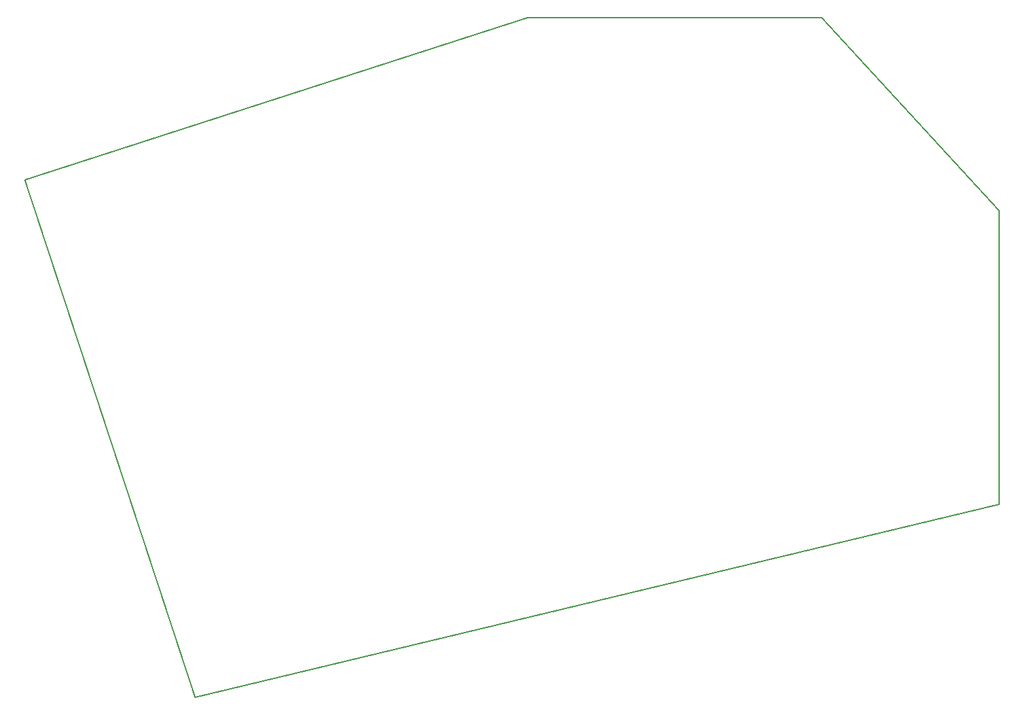
<source format=gbr>
%TF.GenerationSoftware,KiCad,Pcbnew,(5.1.8)-1*%
%TF.CreationDate,2021-08-08T13:00:59+02:00*%
%TF.ProjectId,miniki v2,6d696e69-6b69-4207-9632-2e6b69636164,rev?*%
%TF.SameCoordinates,Original*%
%TF.FileFunction,Profile,NP*%
%FSLAX46Y46*%
G04 Gerber Fmt 4.6, Leading zero omitted, Abs format (unit mm)*
G04 Created by KiCad (PCBNEW (5.1.8)-1) date 2021-08-08 13:00:59*
%MOMM*%
%LPD*%
G01*
G04 APERTURE LIST*
%TA.AperFunction,Profile*%
%ADD10C,0.150000*%
%TD*%
G04 APERTURE END LIST*
D10*
X130000000Y-54000000D02*
X92000000Y-54000000D01*
X153000000Y-79000000D02*
X130000000Y-54000000D01*
X153000000Y-117000000D02*
X153000000Y-79000000D01*
X49000000Y-142000000D02*
X153000000Y-117000000D01*
X27000000Y-75000000D02*
X49000000Y-142000000D01*
X92000000Y-54000000D02*
X27000000Y-75000000D01*
M02*

</source>
